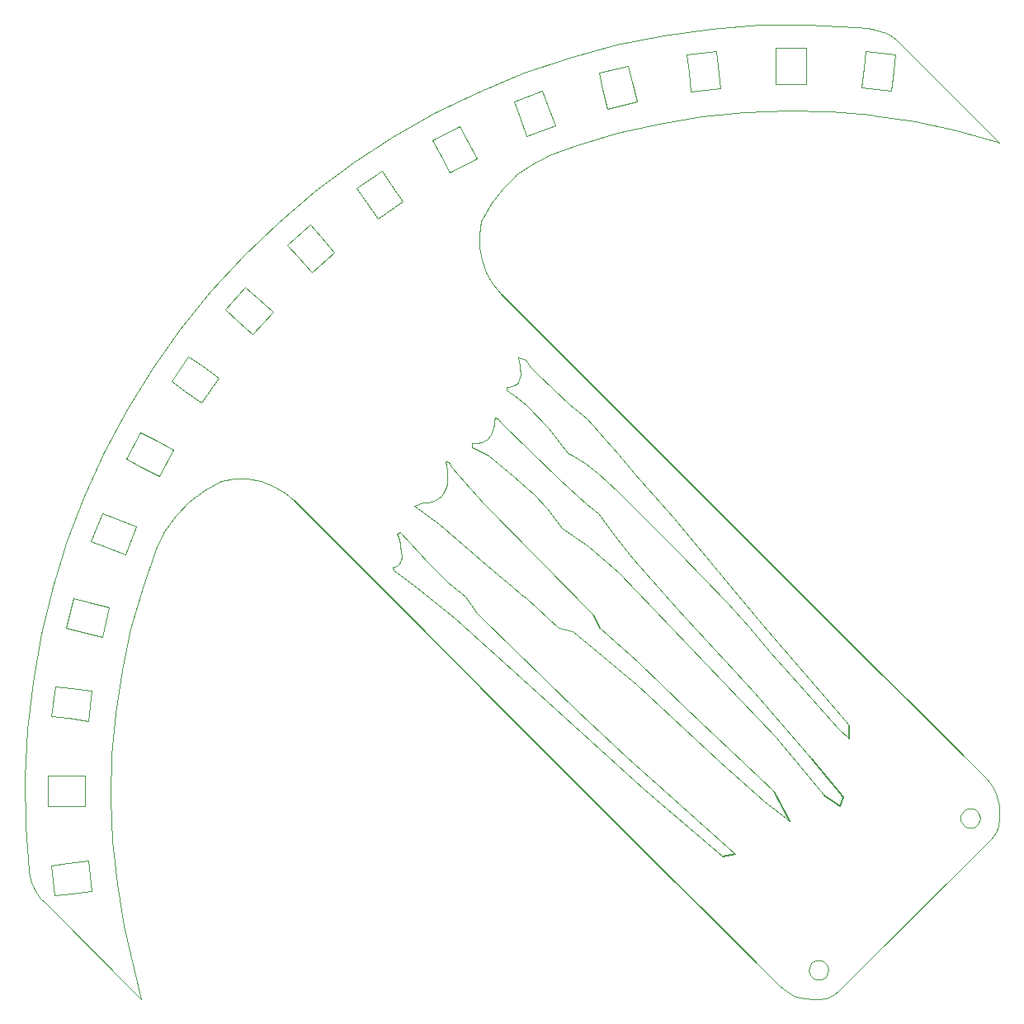
<source format=gm1>
G04 #@! TF.GenerationSoftware,KiCad,Pcbnew,7.0.1*
G04 #@! TF.CreationDate,2023-04-30T23:13:50+02:00*
G04 #@! TF.ProjectId,Solo_morro2,536f6c6f-5f6d-46f7-9272-6f322e6b6963,rev?*
G04 #@! TF.SameCoordinates,PX4afdbbcPY7f05f82*
G04 #@! TF.FileFunction,Profile,NP*
%FSLAX46Y46*%
G04 Gerber Fmt 4.6, Leading zero omitted, Abs format (unit mm)*
G04 Created by KiCad (PCBNEW 7.0.1) date 2023-04-30 23:13:50*
%MOMM*%
%LPD*%
G01*
G04 APERTURE LIST*
G04 #@! TA.AperFunction,Profile*
%ADD10C,0.100000*%
G04 #@! TD*
G04 #@! TA.AperFunction,Profile*
%ADD11C,0.200000*%
G04 #@! TD*
G04 APERTURE END LIST*
D10*
X97758414Y18350914D02*
X97551308Y18191996D01*
X30422110Y78668178D02*
X29304462Y79936502D01*
D11*
X60749845Y18534947D02*
X75117576Y4196264D01*
X27720899Y51595295D02*
X60749845Y18534947D01*
D10*
X41417943Y45276012D02*
X43492351Y43254007D01*
X100050041Y19056481D02*
X100050379Y19714942D01*
X51252725Y95525482D02*
X46672117Y93648021D01*
X47829615Y82074179D02*
X46893318Y80329468D01*
X47411009Y57886587D02*
X47227367Y57761166D01*
X25509781Y53149430D02*
X24237279Y53619032D01*
X8706764Y40692669D02*
X6667008Y41204775D01*
X88939324Y93652634D02*
X89193491Y95740277D01*
X1728801Y37974337D02*
X859584Y33100804D01*
X45415761Y88576346D02*
X44633125Y90074765D01*
X46670922Y78991436D02*
X46893318Y80329468D01*
X47725352Y58212862D02*
X47577005Y58037152D01*
X97917334Y19558020D02*
X98017232Y19316838D01*
X48202366Y59468575D02*
X48142259Y59167143D01*
X51421012Y66111151D02*
X50652440Y66329393D01*
X42757123Y52121801D02*
X42491750Y51887012D01*
X66935797Y40582911D02*
X74903750Y31999782D01*
D11*
X82102097Y21421466D02*
X83707231Y20283024D01*
D10*
X83735515Y29630974D02*
X75686297Y38903495D01*
X75686297Y38903495D02*
X66580710Y49884402D01*
X48269632Y60146871D02*
X48244825Y59795153D01*
X98051306Y19058020D02*
X98017232Y18799202D01*
X81505286Y2489791D02*
X81763276Y2529664D01*
X53754719Y59056715D02*
X55776442Y56498706D01*
X46541Y23238267D02*
X105928Y18288183D01*
X46570549Y57535769D02*
X46316312Y57510923D01*
X50200031Y92592488D02*
X50804187Y90991480D01*
D11*
X71686414Y15149430D02*
X72932529Y15394757D01*
D10*
X9337441Y29886531D02*
X8961047Y25506710D01*
X36257770Y80582441D02*
X38810755Y82340932D01*
X96185282Y18558021D02*
X96085383Y18799202D01*
X89193491Y95740277D02*
X89397800Y97418384D01*
X39982318Y51116818D02*
X40897649Y51418061D01*
X59335720Y93858378D02*
X59831572Y91835123D01*
X56643520Y88072054D02*
X53835984Y87054811D01*
X86572773Y100098881D02*
X87207055Y99998518D01*
X11206997Y3729066D02*
X11958914Y494865D01*
X50928671Y42020314D02*
X51482877Y41651739D01*
X53673110Y86973965D02*
X52062388Y86174457D01*
X15613799Y50210515D02*
X16883925Y51521684D01*
X83605082Y1370142D02*
X99170643Y16936508D01*
X69989358Y16549499D02*
X63512261Y22107357D01*
X43143114Y52709052D02*
X42973530Y52396928D01*
X38664838Y46293440D02*
X38689605Y46028415D01*
X9486883Y12346663D02*
X10211530Y8010836D01*
X38591723Y46873897D02*
X38609389Y46576337D01*
X77120350Y98137987D02*
X80220352Y98139317D01*
X8445568Y46835469D02*
X10390370Y46089024D01*
X97551308Y18191996D02*
X97310127Y18092095D01*
X98017232Y18799202D02*
X97917333Y18558021D01*
X37909248Y89049883D02*
X33761576Y86347352D01*
X96792489Y18092095D02*
X96551308Y18191995D01*
X6524747Y14663975D02*
X4435705Y14421582D01*
X1304661Y11333690D02*
X1679885Y10815346D01*
X82002155Y2634951D02*
X82205645Y2798476D01*
X38810755Y82340932D02*
X37620098Y84074483D01*
X8860406Y21111898D02*
X9035914Y16719436D01*
X74361666Y38642347D02*
X76473107Y36096053D01*
X57852057Y46980927D02*
X55170747Y48835504D01*
X81719931Y4461028D02*
X81460413Y4489289D01*
X46907539Y39555137D02*
X56662034Y30069955D01*
X15506242Y50099483D02*
X15613799Y50210515D01*
X56222701Y38214011D02*
X62857496Y32730857D01*
X50804187Y90991480D02*
X51539653Y89042500D01*
X11958914Y494865D02*
X2111159Y10342617D01*
X62841484Y92577047D02*
X62340887Y94619660D01*
X47638401Y56272277D02*
X50145634Y54176095D01*
X43583519Y55554258D02*
X43199560Y55649190D01*
X54863850Y53822104D02*
X48883408Y59655276D01*
X85861547Y94023179D02*
X88939324Y93652634D01*
X50754875Y65909414D02*
X50828871Y65520765D01*
X80483099Y3467102D02*
X80522974Y3209113D01*
X44110413Y39630841D02*
X40283668Y42746848D01*
X7955913Y37684971D02*
X8706764Y40692669D01*
X52611281Y64617304D02*
X55918125Y61543884D01*
X77119227Y96426783D02*
X77117864Y94343652D01*
X82984228Y893083D02*
X83605082Y1370142D01*
X10529120Y61004821D02*
X8196439Y56638420D01*
X26980858Y77884463D02*
X29304462Y79936502D01*
X87011799Y91203964D02*
X82631980Y91580358D01*
X47969100Y58639715D02*
X47856051Y58413716D01*
X41886912Y88636600D02*
X42679137Y87119827D01*
X96085382Y19316840D02*
X96185283Y19558020D01*
X51472295Y61415346D02*
X50265833Y62430837D01*
X4482574Y29309927D02*
X6549325Y29049220D01*
X12100897Y42763900D02*
X10910473Y38532187D01*
X9533912Y49738239D02*
X7955672Y50343992D01*
X77411035Y1902691D02*
X75117576Y4196264D01*
D11*
X59015061Y38540520D02*
X58378665Y39912308D01*
D10*
X46672117Y93648021D02*
X42218431Y91486643D01*
X38579780Y45365426D02*
X38481778Y45196746D01*
X100046541Y88385362D02*
X99889171Y88440509D01*
X38545444Y47190768D02*
X38591723Y46873897D01*
X50297466Y84888687D02*
X49023056Y83654166D01*
X6142529Y52134165D02*
X4375499Y47509832D01*
X58887783Y50320920D02*
X57714148Y51284104D01*
X47227367Y57761166D02*
X47026074Y57660889D01*
X67882120Y30388569D02*
X62915159Y35119444D01*
X38193645Y44952775D02*
X38003503Y44882459D01*
X24237279Y53619032D02*
X22902996Y53862913D01*
X4846665Y32388568D02*
X3169460Y32600137D01*
X42573107Y49218907D02*
X48009777Y44461179D01*
X59830812Y49091235D02*
X60817932Y47720943D01*
X100046541Y88385362D02*
X89974081Y98457822D01*
X15071778Y63885437D02*
X16838476Y66432747D01*
X21881557Y70105578D02*
X23436670Y68719559D01*
X46681828Y77635094D02*
X46670922Y78991436D01*
X52703561Y31845957D02*
X63512261Y22107357D01*
X38528705Y48400592D02*
X38229060Y48234152D01*
X89500783Y98891843D02*
X89974081Y98457822D01*
X50772338Y64047458D02*
X50675723Y63846785D01*
X50215271Y63432746D02*
X50004912Y63357393D01*
X74361666Y38642347D02*
X72070783Y41165222D01*
X15992909Y69255741D02*
X13131366Y65216134D01*
X82261059Y592971D02*
X82984228Y893083D01*
X43392415Y53833996D02*
X43350413Y53430928D01*
X4275788Y38608913D02*
X5935486Y38192227D01*
X82337440Y4008845D02*
X82173912Y4212333D01*
X50550674Y63677442D02*
X50397188Y63539432D01*
X65136105Y90329876D02*
X60854336Y89334411D01*
X66935797Y40582911D02*
X62422639Y45725790D01*
X57618487Y55416419D02*
X56288393Y56300994D01*
X42218431Y91486643D02*
X37909248Y89049883D01*
X6191010Y20307006D02*
X6202317Y23406989D01*
X70476866Y100065391D02*
X65573258Y99386066D01*
X81002405Y2612513D02*
X81245765Y2518050D01*
X4375499Y47509832D02*
X2902316Y42783672D01*
X100009460Y20345143D02*
X100050379Y19714942D01*
X82454337Y3252458D02*
X82482598Y3511976D01*
X52288641Y52251234D02*
X53655757Y50842379D01*
X14363633Y48482351D02*
X15506242Y50099483D01*
X77885869Y1486322D02*
X78411023Y1135552D01*
X51421012Y66111151D02*
X51919071Y65341309D01*
X38353068Y45058366D02*
X38193645Y44952775D01*
X60801314Y52657262D02*
X58769149Y54508416D01*
X13817391Y54139503D02*
X15264391Y56881074D01*
X48244825Y59795153D02*
X48202366Y59468575D01*
X14363633Y48482351D02*
X13483281Y46708754D01*
X35078395Y82299566D02*
X36257770Y80582441D01*
X86320117Y97789702D02*
X89397800Y97418384D01*
X37620098Y84074483D02*
X36663018Y85467960D01*
X38469966Y47524642D02*
X38545444Y47190768D01*
X67945422Y97377878D02*
X71022787Y97751839D01*
X80791787Y2766745D02*
X81002405Y2612513D01*
X23926185Y72435829D02*
X22664185Y73560610D01*
X50874437Y65163444D02*
X50891566Y64837453D01*
X78237165Y91681002D02*
X73844706Y91505491D01*
X78538280Y18734460D02*
X75865415Y20827496D01*
X81245765Y2518050D02*
X81505286Y2489791D01*
X42491750Y51887012D02*
X42175264Y51695903D01*
X105928Y18288183D02*
X448091Y13724068D01*
X82173912Y4212333D02*
X81963294Y4366566D01*
X53655757Y50842379D02*
X55170747Y48835504D01*
X8196439Y56638420D02*
X6142529Y52134165D01*
X97310127Y20023946D02*
X97551308Y19924046D01*
X50445256Y85031849D02*
X50297466Y84888687D01*
X47856051Y58413716D02*
X47725352Y58212862D01*
X42973530Y52396928D02*
X42757123Y52121801D01*
X2396721Y20325916D02*
X4107905Y20317387D01*
X99053869Y22654324D02*
X99404639Y22129170D01*
X85307580Y100243314D02*
X80363537Y100494866D01*
X59830812Y49091235D02*
X58887783Y50320920D01*
X97551308Y19924046D02*
X97758415Y19765127D01*
X13131366Y65216134D02*
X10529120Y61004821D01*
X10464138Y55915075D02*
X11976419Y55114310D01*
X38003503Y44882459D02*
X37782637Y44849901D01*
X80963543Y4344129D02*
X80760054Y4180603D01*
X69471933Y91054523D02*
X65136105Y90329876D01*
X3117110Y11147787D02*
X4816911Y11345015D01*
X26682624Y52468092D02*
X25509781Y53149430D01*
X57852057Y46980927D02*
X61034882Y44221776D01*
X8961047Y25506710D02*
X8860406Y21111898D01*
X49766122Y63313367D02*
X49498894Y63300674D01*
X47395310Y75028311D02*
X46925708Y76300812D01*
X34109590Y83710111D02*
X35078395Y82299566D01*
X44110413Y39630841D02*
X52703561Y31845957D01*
X4275788Y38608913D02*
X5027394Y41616419D01*
X26980858Y77884463D02*
X28112197Y76600601D01*
X25496181Y71036547D02*
X23926185Y72435829D01*
X15071778Y63885437D02*
X16476838Y62908694D01*
X77117864Y94343652D02*
X80217866Y94345761D01*
D11*
X84633537Y28577385D02*
X84612325Y27198528D01*
D10*
X43268027Y53054833D02*
X43143114Y52709052D01*
X73844706Y91505491D02*
X69471933Y91054523D01*
X97917333Y18558021D02*
X97758414Y18350914D01*
X81484853Y490255D02*
X80825250Y489813D01*
X18463913Y52715125D02*
X20208626Y53651421D01*
X38689605Y46028415D02*
X38683687Y45783748D01*
X86572773Y100098881D02*
X85307580Y100243314D01*
X56288393Y56300994D02*
X55776442Y56498706D01*
X2784820Y29524089D02*
X3169460Y32600137D01*
X87091439Y91192045D02*
X87011799Y91203964D01*
X75865415Y20827496D02*
X71219724Y24949927D01*
X990278Y11891036D02*
X1304661Y11333690D01*
X97051305Y20058021D02*
X97310127Y20023946D01*
X4107905Y20317387D02*
X6191010Y20307006D01*
X22902996Y53862913D02*
X21546656Y53873818D01*
X43363870Y54707692D02*
X43396187Y54260698D01*
X22447726Y76756809D02*
X19102453Y73107700D01*
X50397188Y63539432D02*
X50215271Y63432746D01*
X50840515Y64279458D02*
X50772338Y64047458D01*
X4099283Y23417469D02*
X2408809Y23425894D01*
X11976419Y55114310D02*
X13817391Y54139503D01*
X52288641Y52251234D02*
X50145634Y54176095D01*
X2396721Y20325916D02*
X2408809Y23425894D01*
X80628261Y2970234D02*
X80791787Y2766745D01*
X72932529Y15394757D02*
X61718711Y25350794D01*
X81202423Y4449416D02*
X80963543Y4344129D01*
X13405805Y57865208D02*
X11911822Y58656283D01*
X60854336Y89334411D02*
X56643520Y88072054D01*
X45953834Y57151456D02*
X45899665Y57523948D01*
X54828990Y38597090D02*
X51482877Y41651739D01*
X10910473Y38532187D02*
X9988108Y34234075D01*
X68399059Y93610757D02*
X71401051Y93976322D01*
X50200031Y92592488D02*
X53099210Y93690110D01*
X448091Y13724068D02*
X559245Y13093896D01*
X31812515Y77090319D02*
X30422110Y78668178D01*
D11*
X96343984Y25422671D02*
X82012547Y39755221D01*
D10*
X6202317Y23406989D02*
X4099283Y23417469D01*
X26015531Y80188664D02*
X22447726Y76756809D01*
X5935486Y38192227D02*
X7955913Y37684971D01*
D11*
X76911933Y21803302D02*
X78538280Y18734460D01*
D10*
X71219724Y24949927D02*
X62857496Y32730857D01*
X50828871Y65520765D02*
X50874437Y65163444D01*
X62595415Y54390706D02*
X66580710Y49884402D01*
X55942184Y97111623D02*
X51252725Y95525482D01*
X50265833Y62430837D02*
X49489202Y62932199D01*
X77120350Y98137987D02*
X77119227Y96426783D01*
X58378665Y39912308D02*
X47127305Y51400940D01*
X96792487Y20023947D02*
X97051305Y20058021D01*
X41380360Y51458086D02*
X40897649Y51418061D01*
X80760054Y4180603D02*
X80605825Y3969983D01*
X99404639Y22129170D02*
X99683801Y21562691D01*
X43199560Y55649190D02*
X43297611Y55171637D01*
X99886565Y20964599D02*
X100009460Y20345143D01*
X56222701Y38214011D02*
X54828990Y38597090D01*
X46400807Y40106278D02*
X46907539Y39555137D01*
X10464138Y55915075D02*
X11911822Y58656283D01*
X80605825Y3969983D02*
X80511359Y3726622D01*
X69989358Y16549499D02*
X71686414Y15149430D01*
X80219241Y96448822D02*
X80220352Y98139317D01*
X41805515Y51551813D02*
X41380360Y51458086D01*
X57665233Y60096454D02*
X55918125Y61543884D01*
X38683687Y45783748D02*
X38647078Y45561923D01*
X98637501Y23129154D02*
X99053869Y22654324D01*
X68150007Y95678946D02*
X68399059Y93610757D01*
X49023056Y83654166D02*
X47829615Y82074179D01*
X99647514Y17557321D02*
X99947462Y18280404D01*
X50928671Y42020314D02*
X50089414Y42792598D01*
X83473885Y28280400D02*
X84612325Y27198528D01*
X99170643Y16936508D02*
X99647514Y17557321D01*
X65573258Y99386066D02*
X60721984Y98400178D01*
X87825274Y99824774D02*
X88418979Y99580028D01*
X96551308Y19924046D02*
X96792487Y20023947D01*
X62422639Y45725790D02*
X60817932Y47720943D01*
X91359345Y90553298D02*
X87091439Y91192045D01*
X50089414Y42792598D02*
X48009777Y44461179D01*
X78977501Y856391D02*
X79575594Y653626D01*
X4816911Y11345015D02*
X6886156Y11585110D01*
X59015061Y38540520D02*
X62915159Y35119444D01*
X67198770Y46261236D02*
X72070783Y41165222D01*
X38229060Y48234152D02*
X38364699Y47873206D01*
X50880259Y64542793D02*
X50840515Y64279458D01*
X88980041Y99267624D02*
X89500783Y98891843D01*
D11*
X84018357Y21244689D02*
X80772736Y25084278D01*
D10*
X19953343Y64267410D02*
X18226532Y65467821D01*
X28112197Y76600601D02*
X29489425Y75037696D01*
X43643550Y85273386D02*
X46389404Y86712241D01*
X3117110Y11147787D02*
X2756472Y14226740D01*
X6667008Y41204775D02*
X5027394Y41616419D01*
X83473885Y28280400D02*
X80152223Y32078895D01*
X53835984Y87054811D02*
X53673110Y86973965D01*
X71401051Y93976322D02*
X71022787Y97751839D01*
X80195046Y530732D02*
X80825250Y489813D01*
X76911933Y21803302D02*
X67882120Y30388569D01*
X50004912Y63357393D02*
X49766122Y63313367D01*
X62340887Y94619660D02*
X61938494Y96261565D01*
X80217866Y94345761D02*
X80219241Y96448822D01*
X26682624Y52468092D02*
X27720899Y51595295D01*
X49489202Y62932199D02*
X49498894Y63300674D01*
X38647078Y45561923D02*
X38579780Y45365426D01*
X2902316Y42783672D02*
X1728801Y37974337D01*
X50891566Y64837453D02*
X50880259Y64542793D01*
X81484853Y490255D02*
X82261059Y592971D01*
X61718711Y25350794D02*
X56662034Y30069955D01*
X88418979Y99580028D02*
X88980041Y99267624D01*
X77411035Y1902691D02*
X77885869Y1486322D01*
X99947462Y18280404D02*
X100050041Y19056481D01*
X60721984Y98400178D02*
X55942184Y97111623D01*
X21546656Y53873818D02*
X20208626Y53651421D01*
X96344201Y19765126D02*
X96551308Y19924046D01*
X6549325Y29049220D02*
X6933191Y32125364D01*
X559245Y13093896D02*
X740743Y12480278D01*
X48639759Y60004103D02*
X48883408Y59655276D01*
X34109590Y83710111D02*
X36663018Y85467960D01*
X43903821Y55036720D02*
X43583519Y55554258D01*
X97758415Y19765127D02*
X97917334Y19558020D01*
X38481778Y45196746D02*
X38353068Y45058366D01*
X87207055Y99998518D02*
X87825274Y99824774D01*
X47026074Y57660889D02*
X46807137Y57585756D01*
X80772736Y25084278D02*
X74903750Y31999782D01*
X16476838Y62908694D02*
X18187284Y61719658D01*
X1679885Y10815346D02*
X2111159Y10342617D01*
X11497322Y48984655D02*
X9533912Y49738239D01*
X41417943Y45276012D02*
X38528705Y48400592D01*
X76473107Y36096053D02*
X80152223Y32078895D01*
X15264391Y56881074D02*
X13405805Y57865208D01*
X96085383Y18799202D02*
X96051306Y19058022D01*
X48142259Y59167143D02*
X48064506Y58890857D01*
X740743Y12480278D02*
X990278Y11891036D01*
X61034882Y44221776D02*
X77039197Y27439420D01*
X43396187Y54260698D02*
X43392415Y53833996D01*
X6847993Y47448640D02*
X8445568Y46835469D01*
X58928397Y95520400D02*
X61938494Y96261565D01*
X10390370Y46089024D02*
X11497322Y48984655D01*
X54863850Y53822104D02*
X57714148Y51284104D01*
X96551308Y18191995D02*
X96344201Y18350914D01*
X20604095Y71244138D02*
X22664185Y73560610D01*
X82205645Y2798476D02*
X82359874Y3009096D01*
X9988108Y34234075D02*
X9337441Y29886531D01*
X38609389Y46576337D02*
X38664838Y46293440D01*
X58769149Y54508416D02*
X57618487Y55416419D01*
X96185283Y19558020D02*
X96344201Y19765126D01*
X97310127Y18092095D02*
X97051307Y18058021D01*
X79575594Y653626D02*
X80195046Y530732D01*
X81460413Y4489289D02*
X81202423Y4449416D01*
X98637501Y23129154D02*
X96343984Y25422671D01*
X45239468Y41806571D02*
X43492351Y43254007D01*
X29791781Y83389723D02*
X26015531Y80188664D01*
X20604095Y71244138D02*
X21881557Y70105578D01*
X6847993Y47448640D02*
X7955672Y50343992D01*
X46316312Y57510923D02*
X45899665Y57523948D01*
X67198770Y46261236D02*
X60801314Y52657262D01*
X47638401Y56272277D02*
X45953834Y57151456D01*
X18187284Y61719658D02*
X19953343Y64267410D01*
X96051306Y19058022D02*
X96085382Y19316840D01*
X859584Y33100804D02*
X298092Y28182311D01*
X4435705Y14421582D02*
X2756472Y14226740D01*
X99683801Y21562691D02*
X99886565Y20964599D01*
X80522974Y3209113D02*
X80628261Y2970234D01*
X48949444Y72817194D02*
X48076648Y73855467D01*
X52062388Y86174457D02*
X50445256Y85031849D01*
X48639759Y60004103D02*
X48269632Y60146871D01*
X80511359Y3726622D02*
X80483099Y3467102D01*
X82442725Y3769967D02*
X82337440Y4008845D01*
X82482598Y3511976D02*
X82442725Y3769967D01*
X33761576Y86347352D02*
X29791781Y83389723D01*
X42679137Y87119827D02*
X43643550Y85273386D01*
X50652440Y66329393D02*
X50754875Y65909414D01*
X2784820Y29524089D02*
X4482574Y29309927D01*
X9035914Y16719436D02*
X9486883Y12346663D01*
X38364699Y47873206D02*
X38469966Y47524642D01*
X59831572Y91835123D02*
X62841484Y92577047D01*
X81963294Y4366566D02*
X81719931Y4461028D01*
X50675723Y63846785D02*
X50550674Y63677442D01*
X60879867Y56459574D02*
X57665233Y60096454D01*
X43297611Y55171637D02*
X43363870Y54707692D01*
D11*
X48949444Y72817194D02*
X82012547Y39755221D01*
D10*
X29489425Y75037696D02*
X31812515Y77090319D01*
X16883925Y51521684D02*
X18463913Y52715125D01*
X96344201Y18350914D02*
X96185282Y18558021D01*
X19102453Y73107700D02*
X15992909Y69255741D01*
X52611281Y64617304D02*
X51919071Y65341309D01*
X53696055Y92108479D02*
X53099210Y93690110D01*
X86113305Y96091041D02*
X85861547Y94023179D01*
D11*
X83707231Y20283024D02*
X84018357Y21244689D01*
D10*
X99889171Y88440509D02*
X95657457Y89630935D01*
X37782637Y44849901D02*
X37854700Y44476498D01*
X81763276Y2529664D02*
X82002155Y2634951D01*
X47577005Y58037152D02*
X47411009Y57886587D01*
X67945422Y97377878D02*
X68150007Y95678946D01*
X82359874Y3009096D02*
X82454337Y3252458D01*
X18226532Y65467821D02*
X16838476Y66432747D01*
X86320117Y97789702D02*
X86113305Y96091041D01*
X43903821Y55036720D02*
X47127305Y51400940D01*
X13483281Y46708754D02*
X12100897Y42763900D01*
X80363537Y100494866D02*
X75413452Y100435478D01*
X46807137Y57585756D02*
X46570549Y57535769D01*
X97051307Y18058021D02*
X96792489Y18092095D01*
X23436670Y68719559D02*
X25496181Y71036547D01*
X51472295Y61415346D02*
X53754719Y59056715D01*
X46400807Y40106278D02*
X45239468Y41806571D01*
X95657457Y89630935D02*
X91359345Y90553298D01*
X54438555Y90140852D02*
X53696055Y92108479D01*
X84633537Y28577385D02*
X83735515Y29630974D01*
X46389404Y86712241D02*
X45415761Y88576346D01*
X48064506Y58890857D02*
X47969100Y58639715D01*
X298092Y28182311D02*
X46541Y23238267D01*
X6933191Y32125364D02*
X4846665Y32388568D01*
X82631980Y91580358D02*
X78237165Y91681002D01*
X51539653Y89042500D02*
X54438555Y90140852D01*
X42175264Y51695903D02*
X41805515Y51551813D01*
X48076648Y73855467D02*
X47395310Y75028311D01*
X42573107Y49218907D02*
X39982318Y51116818D01*
X10211530Y8010836D02*
X11206997Y3729066D01*
X98017232Y19316838D02*
X98051306Y19058020D01*
X46925708Y76300812D02*
X46681828Y77635094D01*
X43350413Y53430928D02*
X43268027Y53054833D01*
X75413452Y100435478D02*
X70476866Y100065391D01*
X6886156Y11585110D02*
X6524747Y14663975D01*
X37854700Y44476498D02*
X40283668Y42746848D01*
X41886912Y88636600D02*
X44633125Y90074765D01*
X58928397Y95520400D02*
X59335720Y93858378D01*
X82102097Y21421466D02*
X77039197Y27439420D01*
X78411023Y1135552D02*
X78977501Y856391D01*
X60879867Y56459574D02*
X62595415Y54390706D01*
M02*

</source>
